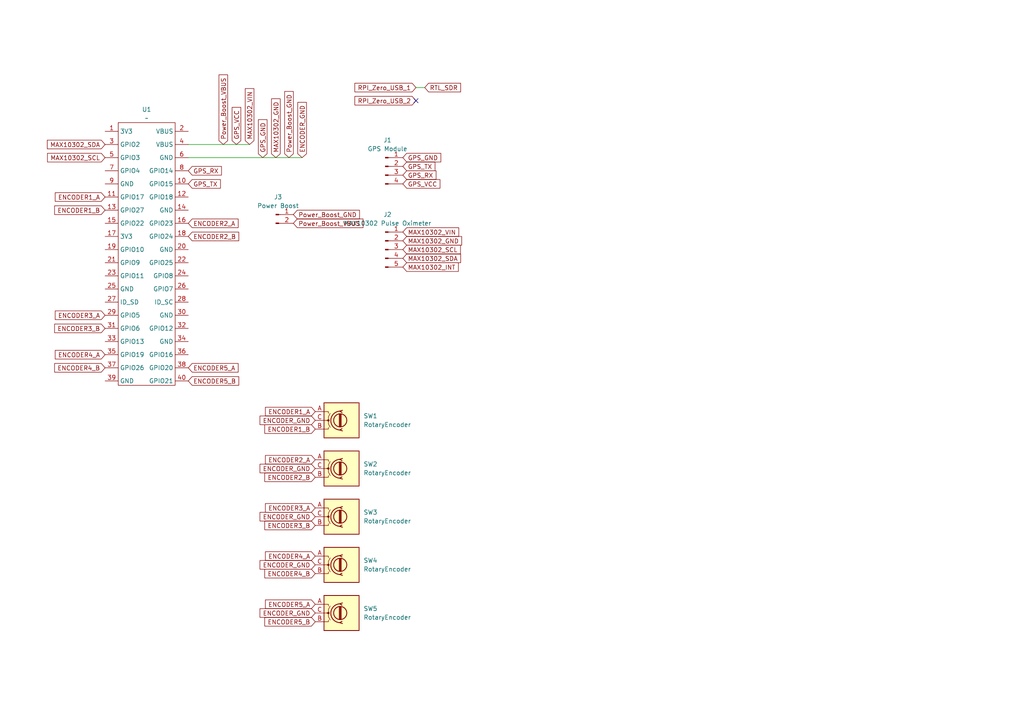
<source format=kicad_sch>
(kicad_sch (version 20250114) (generator "eeschema") (generator_version "9.0")
  (paper "A4")
  (lib_symbols
    (symbol "Connector:Conn_01x02_Pin" (pin_names (offset 1.016) (hide yes))
      (property "Reference" "J" (at 0 2.54 0))
      (property "Value" "Conn_01x02_Pin" (at 0 -5.08 0))
      (symbol "Conn_01x02_Pin_1_1"
        (rectangle (start 0.8636 0.127) (end 0 -0.127) (stroke (width 0.1524)) (fill (type outline)))
        (rectangle (start 0.8636 -2.413) (end 0 -2.667) (stroke (width 0.1524)) (fill (type outline)))
        (polyline (pts (xy 1.27 0) (xy 0.8636 0)) (stroke (width 0.1524)))
        (polyline (pts (xy 1.27 -2.54) (xy 0.8636 -2.54)) (stroke (width 0.1524)))
        (pin passive line (at 5.08 0 180) (length 3.81) (name "Pin_1") (number "1"))
        (pin passive line (at 5.08 -2.54 180) (length 3.81) (name "Pin_2") (number "2"))
      )
    )
    (symbol "Connector:Conn_01x04_Pin" (pin_names (offset 1.016) (hide yes))
      (property "Reference" "J" (at 0 5.08 0))
      (property "Value" "Conn_01x04_Pin" (at 0 -7.62 0))
      (symbol "Conn_01x04_Pin_1_1"
        (rectangle (start 0.8636 2.667) (end 0 2.413) (stroke (width 0.1524)) (fill (type outline)))
        (rectangle (start 0.8636 0.127) (end 0 -0.127) (stroke (width 0.1524)) (fill (type outline)))
        (rectangle (start 0.8636 -2.413) (end 0 -2.667) (stroke (width 0.1524)) (fill (type outline)))
        (rectangle (start 0.8636 -4.953) (end 0 -5.207) (stroke (width 0.1524)) (fill (type outline)))
        (polyline (pts (xy 1.27 2.54) (xy 0.8636 2.54)) (stroke (width 0.1524)))
        (polyline (pts (xy 1.27 0) (xy 0.8636 0)) (stroke (width 0.1524)))
        (polyline (pts (xy 1.27 -2.54) (xy 0.8636 -2.54)) (stroke (width 0.1524)))
        (polyline (pts (xy 1.27 -5.08) (xy 0.8636 -5.08)) (stroke (width 0.1524)))
        (pin passive line (at 5.08 2.54 180) (length 3.81) (name "Pin_1") (number "1"))
        (pin passive line (at 5.08 0 180) (length 3.81) (name "Pin_2") (number "2"))
        (pin passive line (at 5.08 -2.54 180) (length 3.81) (name "Pin_3") (number "3"))
        (pin passive line (at 5.08 -5.08 180) (length 3.81) (name "Pin_4") (number "4"))
      )
    )
    (symbol "Connector:Conn_01x05_Pin" (pin_names (offset 1.016) (hide yes))
      (property "Reference" "J" (at 0 7.62 0))
      (property "Value" "Conn_01x05_Pin" (at 0 -7.62 0))
      (symbol "Conn_01x05_Pin_1_1"
        (rectangle (start 0.8636 5.207) (end 0 4.953) (stroke (width 0.1524)) (fill (type outline)))
        (rectangle (start 0.8636 2.667) (end 0 2.413) (stroke (width 0.1524)) (fill (type outline)))
        (rectangle (start 0.8636 0.127) (end 0 -0.127) (stroke (width 0.1524)) (fill (type outline)))
        (rectangle (start 0.8636 -2.413) (end 0 -2.667) (stroke (width 0.1524)) (fill (type outline)))
        (rectangle (start 0.8636 -4.953) (end 0 -5.207) (stroke (width 0.1524)) (fill (type outline)))
        (polyline (pts (xy 1.27 5.08) (xy 0.8636 5.08)) (stroke (width 0.1524)))
        (polyline (pts (xy 1.27 2.54) (xy 0.8636 2.54)) (stroke (width 0.1524)))
        (polyline (pts (xy 1.27 0) (xy 0.8636 0)) (stroke (width 0.1524)))
        (polyline (pts (xy 1.27 -2.54) (xy 0.8636 -2.54)) (stroke (width 0.1524)))
        (polyline (pts (xy 1.27 -5.08) (xy 0.8636 -5.08)) (stroke (width 0.1524)))
        (pin passive line (at 5.08 5.08 180) (length 3.81) (name "Pin_1") (number "1"))
        (pin passive line (at 5.08 2.54 180) (length 3.81) (name "Pin_2") (number "2"))
        (pin passive line (at 5.08 0 180) (length 3.81) (name "Pin_3") (number "3"))
        (pin passive line (at 5.08 -2.54 180) (length 3.81) (name "Pin_4") (number "4"))
        (pin passive line (at 5.08 -5.08 180) (length 3.81) (name "Pin_5") (number "5"))
      )
    )
    (symbol "Device:RotaryEncoder" (pin_names (offset 0.254) (hide yes))
      (property "Reference" "SW" (at 0 6.604 0))
      (property "Value" "RotaryEncoder" (at 0 -6.604 0))
      (symbol "RotaryEncoder_0_1"
        (rectangle (start -5.08 5.08) (end 5.08 -5.08) (stroke (width 0.254)) (fill (type background)))
        (polyline (pts (xy -5.08 2.54) (xy -3.81 2.54) (xy -3.81 2.032)))
        (polyline (pts (xy -5.08 0) (xy -3.81 0) (xy -3.81 -1.016) (xy -3.302 -2.032)))
        (polyline (pts (xy -5.08 -2.54) (xy -3.81 -2.54) (xy -3.81 -2.032)))
        (polyline (pts (xy -4.318 0) (xy -3.81 0) (xy -3.81 1.016) (xy -3.302 2.032)))
        (circle (center -3.81 0) (radius 0.254) (fill (type outline)))
        (polyline (pts (xy -0.635 -1.778) (xy -0.635 1.778)) (stroke (width 0.254)))
        (circle (center -0.381 0) (radius 1.905) (stroke (width 0.254)))
        (polyline (pts (xy -0.381 -1.778) (xy -0.381 1.778)) (stroke (width 0.254)))
        (arc (start -0.381 -2.794) (mid -3.0988 -0.0635) (end -0.381 2.667) (stroke (width 0.254)))
        (polyline (pts (xy -0.127 1.778) (xy -0.127 -1.778)) (stroke (width 0.254)))
        (polyline (pts (xy 0.254 2.921) (xy -0.508 2.667) (xy 0.127 2.286)) (stroke (width 0.254)))
        (polyline (pts (xy 0.254 -3.048) (xy -0.508 -2.794) (xy 0.127 -2.413)) (stroke (width 0.254)))
      )
      (symbol "RotaryEncoder_1_1"
        (pin passive line (at -7.62 2.54 0) (length 2.54) (name "A") (number "A"))
        (pin passive line (at -7.62 0 0) (length 2.54) (name "C") (number "C"))
        (pin passive line (at -7.62 -2.54 0) (length 2.54) (name "B") (number "B"))
      )
    )
    (symbol "pi_zero_connector:RPI_Zero_Header"
      (property "Reference" "U" (at 0 0 0))
      (symbol "RPI_Zero_Header_0_1"
        (rectangle (start -6.35 19.05) (end 10.16 -57.15))
      )
      (symbol "RPI_Zero_Header_1_1"
        (pin passive line (at -10.16 16.51 0) (length 3.81) (name "3V3") (number "1"))
        (pin passive line (at -10.16 12.7 0) (length 3.81) (name "GPIO2") (number "3"))
        (pin passive line (at -10.16 8.89 0) (length 3.81) (name "GPIO3") (number "5"))
        (pin passive line (at -10.16 5.08 0) (length 3.81) (name "GPIO4") (number "7"))
        (pin passive line (at -10.16 1.27 0) (length 3.81) (name "GND") (number "9"))
        (pin passive line (at -10.16 -2.54 0) (length 3.81) (name "GPIO17") (number "11"))
        (pin passive line (at -10.16 -6.35 0) (length 3.81) (name "GPIO27") (number "13"))
        (pin passive line (at -10.16 -10.16 0) (length 3.81) (name "GPIO22") (number "15"))
        (pin passive line (at -10.16 -13.97 0) (length 3.81) (name "3V3") (number "17"))
        (pin passive line (at -10.16 -17.78 0) (length 3.81) (name "GPIO10") (number "19"))
        (pin passive line (at -10.16 -21.59 0) (length 3.81) (name "GPIO9") (number "21"))
        (pin passive line (at -10.16 -25.4 0) (length 3.81) (name "GPIO11") (number "23"))
        (pin passive line (at -10.16 -29.21 0) (length 3.81) (name "GND") (number "25"))
        (pin passive line (at -10.16 -33.02 0) (length 3.81) (name "ID_SD") (number "27"))
        (pin passive line (at -10.16 -36.83 0) (length 3.81) (name "GPIO5") (number "29"))
        (pin passive line (at -10.16 -40.64 0) (length 3.81) (name "GPIO6") (number "31"))
        (pin passive line (at -10.16 -44.45 0) (length 3.81) (name "GPIO13") (number "33"))
        (pin passive line (at -10.16 -48.26 0) (length 3.81) (name "GPIO19") (number "35"))
        (pin passive line (at -10.16 -52.07 0) (length 3.81) (name "GPIO26") (number "37"))
        (pin passive line (at -10.16 -55.88 0) (length 3.81) (name "GND") (number "39"))
        (pin passive line (at 13.97 16.51 180) (length 3.81) (name "VBUS") (number "2"))
        (pin passive line (at 13.97 12.7 180) (length 3.81) (name "VBUS") (number "4"))
        (pin passive line (at 13.97 8.89 180) (length 3.81) (name "GND") (number "6"))
        (pin passive line (at 13.97 5.08 180) (length 3.81) (name "GPIO14") (number "8"))
        (pin passive line (at 13.97 1.27 180) (length 3.81) (name "GPIO15") (number "10"))
        (pin passive line (at 13.97 -2.54 180) (length 3.81) (name "GPIO18") (number "12"))
        (pin passive line (at 13.97 -6.35 180) (length 3.81) (name "GND") (number "14"))
        (pin passive line (at 13.97 -10.16 180) (length 3.81) (name "GPIO23") (number "16"))
        (pin passive line (at 13.97 -13.97 180) (length 3.81) (name "GPIO24") (number "18"))
        (pin passive line (at 13.97 -17.78 180) (length 3.81) (name "GND") (number "20"))
        (pin passive line (at 13.97 -21.59 180) (length 3.81) (name "GPIO25") (number "22"))
        (pin passive line (at 13.97 -25.4 180) (length 3.81) (name "GPIO8") (number "24"))
        (pin passive line (at 13.97 -29.21 180) (length 3.81) (name "GPIO7") (number "26"))
        (pin passive line (at 13.97 -33.02 180) (length 3.81) (name "ID_SC") (number "28"))
        (pin passive line (at 13.97 -36.83 180) (length 3.81) (name "GND") (number "30"))
        (pin passive line (at 13.97 -40.64 180) (length 3.81) (name "GPIO12") (number "32"))
        (pin passive line (at 13.97 -44.45 180) (length 3.81) (name "GND") (number "34"))
        (pin passive line (at 13.97 -48.26 180) (length 3.81) (name "GPIO16") (number "36"))
        (pin passive line (at 13.97 -52.07 180) (length 3.81) (name "GPIO20") (number "38"))
        (pin passive line (at 13.97 -55.88 180) (length 3.81) (name "GPIO21") (number "40"))
      )
    )
  )
  (no_connect (at 120.65 29.21))
  (wire (pts (xy 120.65 25.4) (xy 123.19 25.4)))
  (wire (pts (xy 54.61 41.91) (xy 72.39 41.91)))
  (wire (pts (xy 54.61 45.72) (xy 87.63 45.72)))
  (global_label "ENCODER3_A" (shape input) (at 91.44 147.32 180) (property "Intersheetrefs" "${INTERSHEET_REFS}" (effects (hide yes))))
  (global_label "GPS_RX" (shape input) (at 116.84 50.8 0) (property "Intersheetrefs" "${INTERSHEET_REFS}" (effects (hide yes))))
  (global_label "ENCODER_GND" (shape input) (at 91.44 121.92 180) (property "Intersheetrefs" "${INTERSHEET_REFS}" (effects (hide yes))))
  (global_label "ENCODER4_B" (shape input) (at 30.48 106.68 180) (property "Intersheetrefs" "${INTERSHEET_REFS}" (effects (hide yes))))
  (global_label "MAX10302_SCL" (shape input) (at 30.48 45.72 180) (property "Intersheetrefs" "${INTERSHEET_REFS}" (effects (hide yes))))
  (global_label "MAX10302_SDA" (shape input) (at 30.48 41.91 180) (property "Intersheetrefs" "${INTERSHEET_REFS}" (effects (hide yes))))
  (global_label "Power_Boost_VBUS" (shape input) (at 85.09 64.77 0) (property "Intersheetrefs" "${INTERSHEET_REFS}" (effects (hide yes))))
  (global_label "ENCODER5_B" (shape input) (at 91.44 180.34 180) (property "Intersheetrefs" "${INTERSHEET_REFS}" (effects (hide yes))))
  (global_label "ENCODER3_B" (shape input) (at 30.48 95.25 180) (property "Intersheetrefs" "${INTERSHEET_REFS}" (effects (hide yes))))
  (global_label "ENCODER1_B" (shape input) (at 91.44 124.46 180) (property "Intersheetrefs" "${INTERSHEET_REFS}" (effects (hide yes))))
  (global_label "ENCODER_GND" (shape input) (at 91.44 177.8 180) (property "Intersheetrefs" "${INTERSHEET_REFS}" (effects (hide yes))))
  (global_label "ENCODER1_B" (shape input) (at 30.48 60.96 180) (property "Intersheetrefs" "${INTERSHEET_REFS}" (effects (hide yes))))
  (global_label "ENCODER_GND" (shape input) (at 91.44 163.83 180) (property "Intersheetrefs" "${INTERSHEET_REFS}" (effects (hide yes))))
  (global_label "RPI_Zero_USB_2" (shape input) (at 120.65 29.21 180) (property "Intersheetrefs" "${INTERSHEET_REFS}" (effects (hide yes))))
  (global_label "ENCODER3_A" (shape input) (at 30.48 91.44 180) (property "Intersheetrefs" "${INTERSHEET_REFS}" (effects (hide yes))))
  (global_label "MAX10302_GND" (shape input) (at 80.01 45.72 90) (property "Intersheetrefs" "${INTERSHEET_REFS}" (effects (hide yes))))
  (global_label "MAX10302_INT" (shape input) (at 116.84 77.47 0) (property "Intersheetrefs" "${INTERSHEET_REFS}" (effects (hide yes))))
  (global_label "ENCODER4_A" (shape input) (at 91.44 161.29 180) (property "Intersheetrefs" "${INTERSHEET_REFS}" (effects (hide yes))))
  (global_label "ENCODER_GND" (shape input) (at 91.44 149.86 180) (property "Intersheetrefs" "${INTERSHEET_REFS}" (effects (hide yes))))
  (global_label "ENCODER1_A" (shape input) (at 91.44 119.38 180) (property "Intersheetrefs" "${INTERSHEET_REFS}" (effects (hide yes))))
  (global_label "RPI_Zero_USB_1" (shape input) (at 120.65 25.4 180) (property "Intersheetrefs" "${INTERSHEET_REFS}" (effects (hide yes))))
  (global_label "RTL_SDR" (shape input) (at 123.19 25.4 0) (property "Intersheetrefs" "${INTERSHEET_REFS}" (effects (hide yes))))
  (global_label "MAX10302_SDA" (shape input) (at 116.84 74.93 0) (property "Intersheetrefs" "${INTERSHEET_REFS}" (effects (hide yes))))
  (global_label "MAX10302_SCL" (shape input) (at 116.84 72.39 0) (property "Intersheetrefs" "${INTERSHEET_REFS}" (effects (hide yes))))
  (global_label "MAX10302_VIN" (shape input) (at 116.84 67.31 0) (property "Intersheetrefs" "${INTERSHEET_REFS}" (effects (hide yes))))
  (global_label "ENCODER3_B" (shape input) (at 91.44 152.4 180) (property "Intersheetrefs" "${INTERSHEET_REFS}" (effects (hide yes))))
  (global_label "ENCODER2_B" (shape input) (at 91.44 138.43 180) (property "Intersheetrefs" "${INTERSHEET_REFS}" (effects (hide yes))))
  (global_label "ENCODER_GND" (shape input) (at 91.44 135.89 180) (property "Intersheetrefs" "${INTERSHEET_REFS}" (effects (hide yes))))
  (global_label "GPS_VCC" (shape input) (at 68.58 41.91 90) (property "Intersheetrefs" "${INTERSHEET_REFS}" (effects (hide yes))))
  (global_label "GPS_VCC" (shape input) (at 116.84 53.34 0) (property "Intersheetrefs" "${INTERSHEET_REFS}" (effects (hide yes))))
  (global_label "Power_Boost_GND" (shape input) (at 85.09 62.23 0) (property "Intersheetrefs" "${INTERSHEET_REFS}" (effects (hide yes))))
  (global_label "ENCODER2_A" (shape input) (at 91.44 133.35 180) (property "Intersheetrefs" "${INTERSHEET_REFS}" (effects (hide yes))))
  (global_label "ENCODER2_A" (shape input) (at 54.61 64.77 0) (property "Intersheetrefs" "${INTERSHEET_REFS}" (effects (hide yes))))
  (global_label "ENCODER5_A" (shape input) (at 54.61 106.68 0) (property "Intersheetrefs" "${INTERSHEET_REFS}" (effects (hide yes))))
  (global_label "GPS_TX" (shape input) (at 116.84 48.26 0) (property "Intersheetrefs" "${INTERSHEET_REFS}" (effects (hide yes))))
  (global_label "GPS_RX" (shape input) (at 54.61 49.53 0) (property "Intersheetrefs" "${INTERSHEET_REFS}" (effects (hide yes))))
  (global_label "ENCODER_GND" (shape input) (at 87.63 45.72 90) (property "Intersheetrefs" "${INTERSHEET_REFS}" (effects (hide yes))))
  (global_label "ENCODER2_B" (shape input) (at 54.61 68.58 0) (property "Intersheetrefs" "${INTERSHEET_REFS}" (effects (hide yes))))
  (global_label "MAX10302_VIN" (shape input) (at 72.39 41.91 90) (property "Intersheetrefs" "${INTERSHEET_REFS}" (effects (hide yes))))
  (global_label "GPS_GND" (shape input) (at 76.2 45.72 90) (property "Intersheetrefs" "${INTERSHEET_REFS}" (effects (hide yes))))
  (global_label "GPS_GND" (shape input) (at 116.84 45.72 0) (property "Intersheetrefs" "${INTERSHEET_REFS}" (effects (hide yes))))
  (global_label "ENCODER4_A" (shape input) (at 30.48 102.87 180) (property "Intersheetrefs" "${INTERSHEET_REFS}" (effects (hide yes))))
  (global_label "MAX10302_GND" (shape input) (at 116.84 69.85 0) (property "Intersheetrefs" "${INTERSHEET_REFS}" (effects (hide yes))))
  (global_label "ENCODER5_A" (shape input) (at 91.44 175.26 180) (property "Intersheetrefs" "${INTERSHEET_REFS}" (effects (hide yes))))
  (global_label "ENCODER4_B" (shape input) (at 91.44 166.37 180) (property "Intersheetrefs" "${INTERSHEET_REFS}" (effects (hide yes))))
  (global_label "Power_Boost_GND" (shape input) (at 83.82 45.72 90) (property "Intersheetrefs" "${INTERSHEET_REFS}" (effects (hide yes))))
  (global_label "GPS_TX" (shape input) (at 54.61 53.34 0) (property "Intersheetrefs" "${INTERSHEET_REFS}" (effects (hide yes))))
  (global_label "ENCODER1_A" (shape input) (at 30.48 57.15 180) (property "Intersheetrefs" "${INTERSHEET_REFS}" (effects (hide yes))))
  (global_label "Power_Boost_VBUS" (shape input) (at 64.77 41.91 90) (property "Intersheetrefs" "${INTERSHEET_REFS}" (effects (hide yes))))
  (global_label "ENCODER5_B" (shape input) (at 54.61 110.49 0) (property "Intersheetrefs" "${INTERSHEET_REFS}" (effects (hide yes))))
  (symbol (lib_id "Device:RotaryEncoder") (at 99.06 149.86 0) (unit 1)
    (property "Reference" "SW3" (at 105.41 148.5899 0) (effects (justify left)))
    (property "Value" "RotaryEncoder" (at 105.41 151.1299 0) (effects (justify left)))
    (property "Description" "Rotary encoder, dual channel, incremental quadrate outputs" (effects (hide yes)))
  )
  (symbol (lib_id "Device:RotaryEncoder") (at 99.06 163.83 0) (unit 1)
    (property "Reference" "SW4" (at 105.41 162.5599 0) (effects (justify left)))
    (property "Value" "RotaryEncoder" (at 105.41 165.0999 0) (effects (justify left)))
    (property "Description" "Rotary encoder, dual channel, incremental quadrate outputs" (effects (hide yes)))
  )
  (symbol (lib_id "pi_zero_connector:RPI_Zero_Header") (at 40.64 54.61 0) (unit 1)
    (property "Reference" "U1" (at 42.545 31.75 0))
    (property "Value" "~" (at 42.545 34.29 0))
    (property "Footprint" "lib:RPI Zero Footprint" (effects (hide yes)))
  )
  (symbol (lib_id "Device:RotaryEncoder") (at 99.06 135.89 0) (unit 1)
    (property "Reference" "SW2" (at 105.41 134.6199 0) (effects (justify left)))
    (property "Value" "RotaryEncoder" (at 105.41 137.1599 0) (effects (justify left)))
    (property "Description" "Rotary encoder, dual channel, incremental quadrate outputs" (effects (hide yes)))
  )
  (symbol (lib_id "Connector:Conn_01x05_Pin") (at 111.76 72.39 0) (unit 1)
    (property "Reference" "J2" (at 112.395 62.23 0))
    (property "Value" "MAX10302 Pulse Oximeter" (at 112.395 64.77 0))
    (property "Description" "Generic connector, single row, 01x05, script generated" (effects (hide yes)))
  )
  (symbol (lib_id "Connector:Conn_01x04_Pin") (at 111.76 48.26 0) (unit 1)
    (property "Reference" "J1" (at 112.395 40.64 0))
    (property "Value" "GPS Module" (at 112.395 43.18 0))
    (property "Description" "Generic connector, single row, 01x04, script generated" (effects (hide yes)))
  )
  (symbol (lib_id "Device:RotaryEncoder") (at 99.06 121.92 0) (unit 1)
    (property "Reference" "SW1" (at 105.41 120.6499 0) (effects (justify left)))
    (property "Value" "RotaryEncoder" (at 105.41 123.1899 0) (effects (justify left)))
    (property "Description" "Rotary encoder, dual channel, incremental quadrate outputs" (effects (hide yes)))
  )
  (symbol (lib_id "Device:RotaryEncoder") (at 99.06 177.8 0) (unit 1)
    (property "Reference" "SW5" (at 105.41 176.5299 0) (effects (justify left)))
    (property "Value" "RotaryEncoder" (at 105.41 179.0699 0) (effects (justify left)))
    (property "Description" "Rotary encoder, dual channel, incremental quadrate outputs" (effects (hide yes)))
  )
  (symbol (lib_id "Connector:Conn_01x02_Pin") (at 80.01 62.23 0) (unit 1)
    (property "Reference" "J3" (at 80.645 57.15 0))
    (property "Value" "Power Boost" (at 80.645 59.69 0))
    (property "Description" "Generic connector, single row, 01x02, script generated" (effects (hide yes)))
  )
)
</source>
